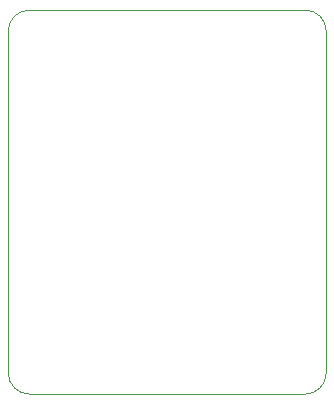
<source format=gbr>
%TF.GenerationSoftware,KiCad,Pcbnew,7.0.5-0*%
%TF.CreationDate,2024-07-25T14:15:13+02:00*%
%TF.ProjectId,rj45-stepper-adapter,726a3435-2d73-4746-9570-7065722d6164,rev?*%
%TF.SameCoordinates,Original*%
%TF.FileFunction,Profile,NP*%
%FSLAX46Y46*%
G04 Gerber Fmt 4.6, Leading zero omitted, Abs format (unit mm)*
G04 Created by KiCad (PCBNEW 7.0.5-0) date 2024-07-25 14:15:13*
%MOMM*%
%LPD*%
G01*
G04 APERTURE LIST*
%TA.AperFunction,Profile*%
%ADD10C,0.050000*%
%TD*%
G04 APERTURE END LIST*
D10*
X140716000Y-93472000D02*
X140716000Y-122428000D01*
X165862000Y-91694000D02*
X142494000Y-91694000D01*
X167640000Y-122428000D02*
X167640000Y-93472000D01*
X142494000Y-124206000D02*
X165862000Y-124206000D01*
X165862000Y-124206000D02*
G75*
G03*
X167640000Y-122428000I0J1778000D01*
G01*
X140716000Y-122428000D02*
G75*
G03*
X142494000Y-124206000I1778000J0D01*
G01*
X167640000Y-93472000D02*
G75*
G03*
X165862000Y-91694000I-1778000J0D01*
G01*
X142494000Y-91694000D02*
G75*
G03*
X140716000Y-93472000I0J-1778000D01*
G01*
M02*

</source>
